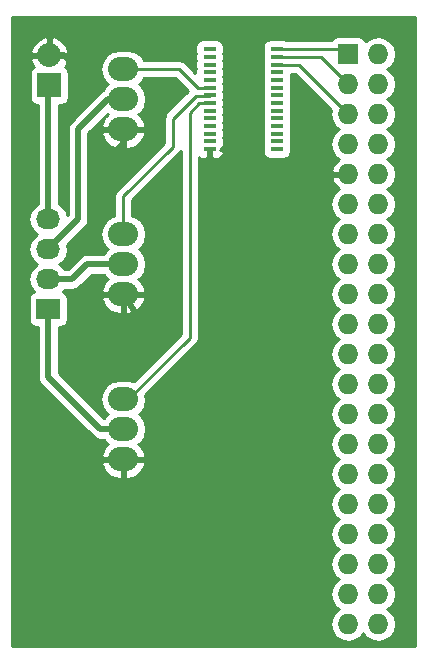
<source format=gbr>
G04 #@! TF.FileFunction,Copper,L1,Top,Signal*
%FSLAX46Y46*%
G04 Gerber Fmt 4.6, Leading zero omitted, Abs format (unit mm)*
G04 Created by KiCad (PCBNEW 4.0.5+dfsg1-4) date Sun Aug 13 19:07:22 2017*
%MOMM*%
%LPD*%
G01*
G04 APERTURE LIST*
%ADD10C,0.100000*%
%ADD11R,1.727200X1.727200*%
%ADD12O,1.727200X1.727200*%
%ADD13R,2.032000X1.727200*%
%ADD14O,2.032000X1.727200*%
%ADD15R,2.032000X2.032000*%
%ADD16O,2.032000X2.032000*%
%ADD17O,2.540000X2.032000*%
%ADD18R,1.100000X0.400000*%
%ADD19C,0.600000*%
%ADD20C,0.250000*%
%ADD21C,0.500000*%
%ADD22C,0.254000*%
G04 APERTURE END LIST*
D10*
D11*
X92710000Y-101600000D03*
D12*
X95250000Y-101600000D03*
X92710000Y-104140000D03*
X95250000Y-104140000D03*
X92710000Y-106680000D03*
X95250000Y-106680000D03*
X92710000Y-109220000D03*
X95250000Y-109220000D03*
X92710000Y-111760000D03*
X95250000Y-111760000D03*
X92710000Y-114300000D03*
X95250000Y-114300000D03*
X92710000Y-116840000D03*
X95250000Y-116840000D03*
X92710000Y-119380000D03*
X95250000Y-119380000D03*
X92710000Y-121920000D03*
X95250000Y-121920000D03*
X92710000Y-124460000D03*
X95250000Y-124460000D03*
X92710000Y-127000000D03*
X95250000Y-127000000D03*
X92710000Y-129540000D03*
X95250000Y-129540000D03*
X92710000Y-132080000D03*
X95250000Y-132080000D03*
X92710000Y-134620000D03*
X95250000Y-134620000D03*
X92710000Y-137160000D03*
X95250000Y-137160000D03*
X92710000Y-139700000D03*
X95250000Y-139700000D03*
X92710000Y-142240000D03*
X95250000Y-142240000D03*
X92710000Y-144780000D03*
X95250000Y-144780000D03*
X92710000Y-147320000D03*
X95250000Y-147320000D03*
X92710000Y-149860000D03*
X95250000Y-149860000D03*
D13*
X67310000Y-123190000D03*
D14*
X67310000Y-120650000D03*
X67310000Y-118110000D03*
X67310000Y-115570000D03*
D15*
X67386200Y-104241600D03*
D16*
X67386200Y-101701600D03*
D17*
X73660000Y-133350000D03*
X73660000Y-135890000D03*
X73660000Y-130810000D03*
X73660000Y-119380000D03*
X73660000Y-121920000D03*
X73660000Y-116840000D03*
X73660000Y-105410000D03*
X73660000Y-107950000D03*
X73660000Y-102870000D03*
D18*
X80970000Y-101185000D03*
X80970000Y-101835000D03*
X80970000Y-102485000D03*
X80970000Y-103135000D03*
X80970000Y-103785000D03*
X80970000Y-104435000D03*
X80970000Y-105085000D03*
X80970000Y-105735000D03*
X80970000Y-106385000D03*
X80970000Y-107035000D03*
X80970000Y-107685000D03*
X80970000Y-108335000D03*
X80970000Y-108985000D03*
X80970000Y-109635000D03*
X86670000Y-109635000D03*
X86670000Y-108985000D03*
X86670000Y-108335000D03*
X86670000Y-107685000D03*
X86670000Y-107035000D03*
X86670000Y-106385000D03*
X86670000Y-105735000D03*
X86670000Y-105085000D03*
X86670000Y-104435000D03*
X86670000Y-103785000D03*
X86670000Y-103135000D03*
X86670000Y-102485000D03*
X86670000Y-101835000D03*
X86670000Y-101185000D03*
D19*
X77470000Y-113030000D03*
X76200000Y-125730000D03*
X80010000Y-128270000D03*
X71120000Y-111760000D03*
X71120000Y-104140000D03*
D20*
X86670000Y-101185000D02*
X92295000Y-101185000D01*
X92295000Y-101185000D02*
X92710000Y-101600000D01*
X92295000Y-101185000D02*
X92710000Y-101600000D01*
X86670000Y-101835000D02*
X90405000Y-101835000D01*
X90405000Y-101835000D02*
X92710000Y-104140000D01*
X86670000Y-102485000D02*
X88515000Y-102485000D01*
X88515000Y-102485000D02*
X92710000Y-106680000D01*
D21*
X73660000Y-121920000D02*
X76200000Y-125730000D01*
X67386200Y-101701600D02*
X68681600Y-101701600D01*
X73660000Y-109220000D02*
X73660000Y-107950000D01*
X71120000Y-111760000D02*
X73660000Y-109220000D01*
X68681600Y-101701600D02*
X71120000Y-104140000D01*
X71691500Y-133350000D02*
X73660000Y-133350000D01*
X67310000Y-128968500D02*
X71691500Y-133350000D01*
X67310000Y-123190000D02*
X67310000Y-128968500D01*
X73660000Y-119380000D02*
X70612000Y-119380000D01*
X69342000Y-120650000D02*
X67310000Y-120650000D01*
X70612000Y-119380000D02*
X69342000Y-120650000D01*
X73660000Y-105410000D02*
X72351900Y-105410000D01*
X69824600Y-115595400D02*
X67310000Y-118110000D01*
X69824600Y-107937300D02*
X69824600Y-115595400D01*
X72351900Y-105410000D02*
X69824600Y-107937300D01*
X67310000Y-115570000D02*
X67310000Y-104317800D01*
X67310000Y-104317800D02*
X67386200Y-104241600D01*
D20*
X73660000Y-130810000D02*
X74066400Y-130810000D01*
X74066400Y-130810000D02*
X79278480Y-125597920D01*
X79278480Y-125597920D02*
X79278480Y-106558080D01*
X79278480Y-106558080D02*
X80101560Y-105735000D01*
X80101560Y-105735000D02*
X80970000Y-105735000D01*
X80937100Y-105117900D02*
X80970000Y-105085000D01*
X79809340Y-105117900D02*
X80937100Y-105117900D01*
X77853540Y-107073700D02*
X79809340Y-105117900D01*
X77853540Y-109448600D02*
X77853540Y-107073700D01*
X73660000Y-113642140D02*
X77853540Y-109448600D01*
X73660000Y-116840000D02*
X73660000Y-113642140D01*
X73660000Y-102870000D02*
X78394560Y-102870000D01*
X79959560Y-104435000D02*
X80970000Y-104435000D01*
X78394560Y-102870000D02*
X79959560Y-104435000D01*
D22*
G36*
X98350000Y-151690000D02*
X64210000Y-151690000D01*
X64210000Y-136272944D01*
X71800025Y-136272944D01*
X71832074Y-136404477D01*
X72148764Y-136967630D01*
X72656857Y-137366724D01*
X73279000Y-137541000D01*
X73533000Y-137541000D01*
X73533000Y-136017000D01*
X73787000Y-136017000D01*
X73787000Y-137541000D01*
X74041000Y-137541000D01*
X74663143Y-137366724D01*
X75171236Y-136967630D01*
X75487926Y-136404477D01*
X75519975Y-136272944D01*
X75400836Y-136017000D01*
X73787000Y-136017000D01*
X73533000Y-136017000D01*
X71919164Y-136017000D01*
X71800025Y-136272944D01*
X64210000Y-136272944D01*
X64210000Y-115570000D01*
X65626655Y-115570000D01*
X65740729Y-116143489D01*
X66065585Y-116629670D01*
X66380366Y-116840000D01*
X66065585Y-117050330D01*
X65740729Y-117536511D01*
X65626655Y-118110000D01*
X65740729Y-118683489D01*
X66065585Y-119169670D01*
X66380366Y-119380000D01*
X66065585Y-119590330D01*
X65740729Y-120076511D01*
X65626655Y-120650000D01*
X65740729Y-121223489D01*
X66065585Y-121709670D01*
X66079913Y-121719243D01*
X66058683Y-121723238D01*
X65842559Y-121862310D01*
X65697569Y-122074510D01*
X65646560Y-122326400D01*
X65646560Y-124053600D01*
X65690838Y-124288917D01*
X65829910Y-124505041D01*
X66042110Y-124650031D01*
X66294000Y-124701040D01*
X66425000Y-124701040D01*
X66425000Y-128968495D01*
X66424999Y-128968500D01*
X66462893Y-129159000D01*
X66492367Y-129307175D01*
X66647935Y-129540000D01*
X66684210Y-129594290D01*
X71065708Y-133975787D01*
X71065710Y-133975790D01*
X71352825Y-134167633D01*
X71409016Y-134178810D01*
X71691500Y-134235001D01*
X71691505Y-134235000D01*
X72012530Y-134235000D01*
X72201246Y-134517433D01*
X72375781Y-134634054D01*
X72148764Y-134812370D01*
X71832074Y-135375523D01*
X71800025Y-135507056D01*
X71919164Y-135763000D01*
X73533000Y-135763000D01*
X73533000Y-135743000D01*
X73787000Y-135743000D01*
X73787000Y-135763000D01*
X75400836Y-135763000D01*
X75519975Y-135507056D01*
X75487926Y-135375523D01*
X75171236Y-134812370D01*
X74944219Y-134634054D01*
X75118754Y-134517433D01*
X75476646Y-133981810D01*
X75602321Y-133350000D01*
X75476646Y-132718190D01*
X75118754Y-132182567D01*
X74965252Y-132080000D01*
X75118754Y-131977433D01*
X75476646Y-131441810D01*
X75602321Y-130810000D01*
X75525816Y-130425386D01*
X79815881Y-126135321D01*
X79980628Y-125888760D01*
X80038480Y-125597920D01*
X80038480Y-110351505D01*
X80060302Y-110373327D01*
X80293691Y-110470000D01*
X80684250Y-110470000D01*
X80843000Y-110311250D01*
X80843000Y-109832440D01*
X81097000Y-109832440D01*
X81097000Y-110311250D01*
X81255750Y-110470000D01*
X81646309Y-110470000D01*
X81879698Y-110373327D01*
X82058327Y-110194699D01*
X82155000Y-109961310D01*
X82155000Y-109893750D01*
X81996250Y-109735000D01*
X81837933Y-109735000D01*
X81971441Y-109649090D01*
X82116431Y-109436890D01*
X82122035Y-109409215D01*
X82155000Y-109376250D01*
X82155000Y-109308690D01*
X82146532Y-109288247D01*
X82167440Y-109185000D01*
X82167440Y-108785000D01*
X82143056Y-108655411D01*
X82167440Y-108535000D01*
X82167440Y-108135000D01*
X82143056Y-108005411D01*
X82167440Y-107885000D01*
X82167440Y-107485000D01*
X82143056Y-107355411D01*
X82167440Y-107235000D01*
X82167440Y-106835000D01*
X82143056Y-106705411D01*
X82167440Y-106585000D01*
X82167440Y-106185000D01*
X82143056Y-106055411D01*
X82167440Y-105935000D01*
X82167440Y-105535000D01*
X82143056Y-105405411D01*
X82167440Y-105285000D01*
X82167440Y-104885000D01*
X82143056Y-104755411D01*
X82167440Y-104635000D01*
X82167440Y-104235000D01*
X82143056Y-104105411D01*
X82167440Y-103985000D01*
X82167440Y-103585000D01*
X82143056Y-103455411D01*
X82167440Y-103335000D01*
X82167440Y-102935000D01*
X82143056Y-102805411D01*
X82167440Y-102685000D01*
X82167440Y-102285000D01*
X82143056Y-102155411D01*
X82167440Y-102035000D01*
X82167440Y-101635000D01*
X82143056Y-101505411D01*
X82167440Y-101385000D01*
X82167440Y-100985000D01*
X85472560Y-100985000D01*
X85472560Y-101385000D01*
X85496944Y-101514589D01*
X85472560Y-101635000D01*
X85472560Y-102035000D01*
X85496944Y-102164589D01*
X85472560Y-102285000D01*
X85472560Y-102685000D01*
X85496944Y-102814589D01*
X85472560Y-102935000D01*
X85472560Y-103335000D01*
X85496944Y-103464589D01*
X85472560Y-103585000D01*
X85472560Y-103985000D01*
X85496944Y-104114589D01*
X85472560Y-104235000D01*
X85472560Y-104635000D01*
X85496944Y-104764589D01*
X85472560Y-104885000D01*
X85472560Y-105285000D01*
X85496944Y-105414589D01*
X85472560Y-105535000D01*
X85472560Y-105935000D01*
X85496944Y-106064589D01*
X85472560Y-106185000D01*
X85472560Y-106585000D01*
X85496944Y-106714589D01*
X85472560Y-106835000D01*
X85472560Y-107235000D01*
X85496944Y-107364589D01*
X85472560Y-107485000D01*
X85472560Y-107885000D01*
X85496944Y-108014589D01*
X85472560Y-108135000D01*
X85472560Y-108535000D01*
X85496944Y-108664589D01*
X85472560Y-108785000D01*
X85472560Y-109185000D01*
X85496944Y-109314589D01*
X85472560Y-109435000D01*
X85472560Y-109835000D01*
X85516838Y-110070317D01*
X85655910Y-110286441D01*
X85868110Y-110431431D01*
X86120000Y-110482440D01*
X87220000Y-110482440D01*
X87455317Y-110438162D01*
X87671441Y-110299090D01*
X87816431Y-110086890D01*
X87867440Y-109835000D01*
X87867440Y-109435000D01*
X87843056Y-109305411D01*
X87867440Y-109185000D01*
X87867440Y-108785000D01*
X87843056Y-108655411D01*
X87867440Y-108535000D01*
X87867440Y-108135000D01*
X87843056Y-108005411D01*
X87867440Y-107885000D01*
X87867440Y-107485000D01*
X87843056Y-107355411D01*
X87867440Y-107235000D01*
X87867440Y-106835000D01*
X87843056Y-106705411D01*
X87867440Y-106585000D01*
X87867440Y-106185000D01*
X87843056Y-106055411D01*
X87867440Y-105935000D01*
X87867440Y-105535000D01*
X87843056Y-105405411D01*
X87867440Y-105285000D01*
X87867440Y-104885000D01*
X87843056Y-104755411D01*
X87867440Y-104635000D01*
X87867440Y-104235000D01*
X87843056Y-104105411D01*
X87867440Y-103985000D01*
X87867440Y-103585000D01*
X87843056Y-103455411D01*
X87867440Y-103335000D01*
X87867440Y-103245000D01*
X88200198Y-103245000D01*
X91257225Y-106302027D01*
X91182041Y-106680000D01*
X91296115Y-107253489D01*
X91620971Y-107739670D01*
X91935752Y-107950000D01*
X91620971Y-108160330D01*
X91296115Y-108646511D01*
X91182041Y-109220000D01*
X91296115Y-109793489D01*
X91620971Y-110279670D01*
X91944228Y-110495664D01*
X91821510Y-110553179D01*
X91427312Y-110985053D01*
X91255042Y-111400974D01*
X91376183Y-111633000D01*
X92583000Y-111633000D01*
X92583000Y-111613000D01*
X92837000Y-111613000D01*
X92837000Y-111633000D01*
X92857000Y-111633000D01*
X92857000Y-111887000D01*
X92837000Y-111887000D01*
X92837000Y-111907000D01*
X92583000Y-111907000D01*
X92583000Y-111887000D01*
X91376183Y-111887000D01*
X91255042Y-112119026D01*
X91427312Y-112534947D01*
X91821510Y-112966821D01*
X91944228Y-113024336D01*
X91620971Y-113240330D01*
X91296115Y-113726511D01*
X91182041Y-114300000D01*
X91296115Y-114873489D01*
X91620971Y-115359670D01*
X91935752Y-115570000D01*
X91620971Y-115780330D01*
X91296115Y-116266511D01*
X91182041Y-116840000D01*
X91296115Y-117413489D01*
X91620971Y-117899670D01*
X91935752Y-118110000D01*
X91620971Y-118320330D01*
X91296115Y-118806511D01*
X91182041Y-119380000D01*
X91296115Y-119953489D01*
X91620971Y-120439670D01*
X91935752Y-120650000D01*
X91620971Y-120860330D01*
X91296115Y-121346511D01*
X91182041Y-121920000D01*
X91296115Y-122493489D01*
X91620971Y-122979670D01*
X91935752Y-123190000D01*
X91620971Y-123400330D01*
X91296115Y-123886511D01*
X91182041Y-124460000D01*
X91296115Y-125033489D01*
X91620971Y-125519670D01*
X91935752Y-125730000D01*
X91620971Y-125940330D01*
X91296115Y-126426511D01*
X91182041Y-127000000D01*
X91296115Y-127573489D01*
X91620971Y-128059670D01*
X91935752Y-128270000D01*
X91620971Y-128480330D01*
X91296115Y-128966511D01*
X91182041Y-129540000D01*
X91296115Y-130113489D01*
X91620971Y-130599670D01*
X91935752Y-130810000D01*
X91620971Y-131020330D01*
X91296115Y-131506511D01*
X91182041Y-132080000D01*
X91296115Y-132653489D01*
X91620971Y-133139670D01*
X91935752Y-133350000D01*
X91620971Y-133560330D01*
X91296115Y-134046511D01*
X91182041Y-134620000D01*
X91296115Y-135193489D01*
X91620971Y-135679670D01*
X91935752Y-135890000D01*
X91620971Y-136100330D01*
X91296115Y-136586511D01*
X91182041Y-137160000D01*
X91296115Y-137733489D01*
X91620971Y-138219670D01*
X91935752Y-138430000D01*
X91620971Y-138640330D01*
X91296115Y-139126511D01*
X91182041Y-139700000D01*
X91296115Y-140273489D01*
X91620971Y-140759670D01*
X91935752Y-140970000D01*
X91620971Y-141180330D01*
X91296115Y-141666511D01*
X91182041Y-142240000D01*
X91296115Y-142813489D01*
X91620971Y-143299670D01*
X91935752Y-143510000D01*
X91620971Y-143720330D01*
X91296115Y-144206511D01*
X91182041Y-144780000D01*
X91296115Y-145353489D01*
X91620971Y-145839670D01*
X91935752Y-146050000D01*
X91620971Y-146260330D01*
X91296115Y-146746511D01*
X91182041Y-147320000D01*
X91296115Y-147893489D01*
X91620971Y-148379670D01*
X91935752Y-148590000D01*
X91620971Y-148800330D01*
X91296115Y-149286511D01*
X91182041Y-149860000D01*
X91296115Y-150433489D01*
X91620971Y-150919670D01*
X92107152Y-151244526D01*
X92680641Y-151358600D01*
X92739359Y-151358600D01*
X93312848Y-151244526D01*
X93799029Y-150919670D01*
X93980000Y-150648828D01*
X94160971Y-150919670D01*
X94647152Y-151244526D01*
X95220641Y-151358600D01*
X95279359Y-151358600D01*
X95852848Y-151244526D01*
X96339029Y-150919670D01*
X96663885Y-150433489D01*
X96777959Y-149860000D01*
X96663885Y-149286511D01*
X96339029Y-148800330D01*
X96024248Y-148590000D01*
X96339029Y-148379670D01*
X96663885Y-147893489D01*
X96777959Y-147320000D01*
X96663885Y-146746511D01*
X96339029Y-146260330D01*
X96024248Y-146050000D01*
X96339029Y-145839670D01*
X96663885Y-145353489D01*
X96777959Y-144780000D01*
X96663885Y-144206511D01*
X96339029Y-143720330D01*
X96024248Y-143510000D01*
X96339029Y-143299670D01*
X96663885Y-142813489D01*
X96777959Y-142240000D01*
X96663885Y-141666511D01*
X96339029Y-141180330D01*
X96024248Y-140970000D01*
X96339029Y-140759670D01*
X96663885Y-140273489D01*
X96777959Y-139700000D01*
X96663885Y-139126511D01*
X96339029Y-138640330D01*
X96024248Y-138430000D01*
X96339029Y-138219670D01*
X96663885Y-137733489D01*
X96777959Y-137160000D01*
X96663885Y-136586511D01*
X96339029Y-136100330D01*
X96024248Y-135890000D01*
X96339029Y-135679670D01*
X96663885Y-135193489D01*
X96777959Y-134620000D01*
X96663885Y-134046511D01*
X96339029Y-133560330D01*
X96024248Y-133350000D01*
X96339029Y-133139670D01*
X96663885Y-132653489D01*
X96777959Y-132080000D01*
X96663885Y-131506511D01*
X96339029Y-131020330D01*
X96024248Y-130810000D01*
X96339029Y-130599670D01*
X96663885Y-130113489D01*
X96777959Y-129540000D01*
X96663885Y-128966511D01*
X96339029Y-128480330D01*
X96024248Y-128270000D01*
X96339029Y-128059670D01*
X96663885Y-127573489D01*
X96777959Y-127000000D01*
X96663885Y-126426511D01*
X96339029Y-125940330D01*
X96024248Y-125730000D01*
X96339029Y-125519670D01*
X96663885Y-125033489D01*
X96777959Y-124460000D01*
X96663885Y-123886511D01*
X96339029Y-123400330D01*
X96024248Y-123190000D01*
X96339029Y-122979670D01*
X96663885Y-122493489D01*
X96777959Y-121920000D01*
X96663885Y-121346511D01*
X96339029Y-120860330D01*
X96024248Y-120650000D01*
X96339029Y-120439670D01*
X96663885Y-119953489D01*
X96777959Y-119380000D01*
X96663885Y-118806511D01*
X96339029Y-118320330D01*
X96024248Y-118110000D01*
X96339029Y-117899670D01*
X96663885Y-117413489D01*
X96777959Y-116840000D01*
X96663885Y-116266511D01*
X96339029Y-115780330D01*
X96024248Y-115570000D01*
X96339029Y-115359670D01*
X96663885Y-114873489D01*
X96777959Y-114300000D01*
X96663885Y-113726511D01*
X96339029Y-113240330D01*
X96024248Y-113030000D01*
X96339029Y-112819670D01*
X96663885Y-112333489D01*
X96777959Y-111760000D01*
X96663885Y-111186511D01*
X96339029Y-110700330D01*
X96024248Y-110490000D01*
X96339029Y-110279670D01*
X96663885Y-109793489D01*
X96777959Y-109220000D01*
X96663885Y-108646511D01*
X96339029Y-108160330D01*
X96024248Y-107950000D01*
X96339029Y-107739670D01*
X96663885Y-107253489D01*
X96777959Y-106680000D01*
X96663885Y-106106511D01*
X96339029Y-105620330D01*
X96024248Y-105410000D01*
X96339029Y-105199670D01*
X96663885Y-104713489D01*
X96777959Y-104140000D01*
X96663885Y-103566511D01*
X96339029Y-103080330D01*
X96024248Y-102870000D01*
X96339029Y-102659670D01*
X96663885Y-102173489D01*
X96777959Y-101600000D01*
X96663885Y-101026511D01*
X96339029Y-100540330D01*
X95852848Y-100215474D01*
X95279359Y-100101400D01*
X95220641Y-100101400D01*
X94647152Y-100215474D01*
X94181558Y-100526574D01*
X94176762Y-100501083D01*
X94037690Y-100284959D01*
X93825490Y-100139969D01*
X93573600Y-100088960D01*
X91846400Y-100088960D01*
X91611083Y-100133238D01*
X91394959Y-100272310D01*
X91290630Y-100425000D01*
X87525209Y-100425000D01*
X87471890Y-100388569D01*
X87220000Y-100337560D01*
X86120000Y-100337560D01*
X85884683Y-100381838D01*
X85668559Y-100520910D01*
X85523569Y-100733110D01*
X85472560Y-100985000D01*
X82167440Y-100985000D01*
X82123162Y-100749683D01*
X81984090Y-100533559D01*
X81771890Y-100388569D01*
X81520000Y-100337560D01*
X80420000Y-100337560D01*
X80184683Y-100381838D01*
X79968559Y-100520910D01*
X79823569Y-100733110D01*
X79772560Y-100985000D01*
X79772560Y-101385000D01*
X79796944Y-101514589D01*
X79772560Y-101635000D01*
X79772560Y-102035000D01*
X79796944Y-102164589D01*
X79772560Y-102285000D01*
X79772560Y-102685000D01*
X79796944Y-102814589D01*
X79772560Y-102935000D01*
X79772560Y-103173198D01*
X78931961Y-102332599D01*
X78685399Y-102167852D01*
X78394560Y-102110000D01*
X75390992Y-102110000D01*
X75118754Y-101702567D01*
X74583131Y-101344675D01*
X73951321Y-101219000D01*
X73368679Y-101219000D01*
X72736869Y-101344675D01*
X72201246Y-101702567D01*
X71843354Y-102238190D01*
X71717679Y-102870000D01*
X71843354Y-103501810D01*
X72201246Y-104037433D01*
X72354748Y-104140000D01*
X72201246Y-104242567D01*
X71930651Y-104647541D01*
X71726110Y-104784210D01*
X71726108Y-104784213D01*
X69198810Y-107311510D01*
X69006967Y-107598625D01*
X68995790Y-107654816D01*
X68939599Y-107937300D01*
X68939600Y-107937305D01*
X68939600Y-115228821D01*
X68927823Y-115240598D01*
X68879271Y-114996511D01*
X68554415Y-114510330D01*
X68195000Y-114270176D01*
X68195000Y-105905040D01*
X68402200Y-105905040D01*
X68637517Y-105860762D01*
X68853641Y-105721690D01*
X68998631Y-105509490D01*
X69049640Y-105257600D01*
X69049640Y-103225600D01*
X69005362Y-102990283D01*
X68866290Y-102774159D01*
X68703252Y-102662760D01*
X68792585Y-102566418D01*
X68992175Y-102084544D01*
X68873036Y-101828600D01*
X67513200Y-101828600D01*
X67513200Y-101848600D01*
X67259200Y-101848600D01*
X67259200Y-101828600D01*
X65899364Y-101828600D01*
X65780225Y-102084544D01*
X65979815Y-102566418D01*
X66070297Y-102663998D01*
X65918759Y-102761510D01*
X65773769Y-102973710D01*
X65722760Y-103225600D01*
X65722760Y-105257600D01*
X65767038Y-105492917D01*
X65906110Y-105709041D01*
X66118310Y-105854031D01*
X66370200Y-105905040D01*
X66425000Y-105905040D01*
X66425000Y-114270176D01*
X66065585Y-114510330D01*
X65740729Y-114996511D01*
X65626655Y-115570000D01*
X64210000Y-115570000D01*
X64210000Y-101318656D01*
X65780225Y-101318656D01*
X65899364Y-101574600D01*
X67259200Y-101574600D01*
X67259200Y-100214233D01*
X67513200Y-100214233D01*
X67513200Y-101574600D01*
X68873036Y-101574600D01*
X68992175Y-101318656D01*
X68792585Y-100836782D01*
X68354579Y-100364412D01*
X67769146Y-100095617D01*
X67513200Y-100214233D01*
X67259200Y-100214233D01*
X67003254Y-100095617D01*
X66417821Y-100364412D01*
X65979815Y-100836782D01*
X65780225Y-101318656D01*
X64210000Y-101318656D01*
X64210000Y-98500000D01*
X98350000Y-98500000D01*
X98350000Y-151690000D01*
X98350000Y-151690000D01*
G37*
X98350000Y-151690000D02*
X64210000Y-151690000D01*
X64210000Y-136272944D01*
X71800025Y-136272944D01*
X71832074Y-136404477D01*
X72148764Y-136967630D01*
X72656857Y-137366724D01*
X73279000Y-137541000D01*
X73533000Y-137541000D01*
X73533000Y-136017000D01*
X73787000Y-136017000D01*
X73787000Y-137541000D01*
X74041000Y-137541000D01*
X74663143Y-137366724D01*
X75171236Y-136967630D01*
X75487926Y-136404477D01*
X75519975Y-136272944D01*
X75400836Y-136017000D01*
X73787000Y-136017000D01*
X73533000Y-136017000D01*
X71919164Y-136017000D01*
X71800025Y-136272944D01*
X64210000Y-136272944D01*
X64210000Y-115570000D01*
X65626655Y-115570000D01*
X65740729Y-116143489D01*
X66065585Y-116629670D01*
X66380366Y-116840000D01*
X66065585Y-117050330D01*
X65740729Y-117536511D01*
X65626655Y-118110000D01*
X65740729Y-118683489D01*
X66065585Y-119169670D01*
X66380366Y-119380000D01*
X66065585Y-119590330D01*
X65740729Y-120076511D01*
X65626655Y-120650000D01*
X65740729Y-121223489D01*
X66065585Y-121709670D01*
X66079913Y-121719243D01*
X66058683Y-121723238D01*
X65842559Y-121862310D01*
X65697569Y-122074510D01*
X65646560Y-122326400D01*
X65646560Y-124053600D01*
X65690838Y-124288917D01*
X65829910Y-124505041D01*
X66042110Y-124650031D01*
X66294000Y-124701040D01*
X66425000Y-124701040D01*
X66425000Y-128968495D01*
X66424999Y-128968500D01*
X66462893Y-129159000D01*
X66492367Y-129307175D01*
X66647935Y-129540000D01*
X66684210Y-129594290D01*
X71065708Y-133975787D01*
X71065710Y-133975790D01*
X71352825Y-134167633D01*
X71409016Y-134178810D01*
X71691500Y-134235001D01*
X71691505Y-134235000D01*
X72012530Y-134235000D01*
X72201246Y-134517433D01*
X72375781Y-134634054D01*
X72148764Y-134812370D01*
X71832074Y-135375523D01*
X71800025Y-135507056D01*
X71919164Y-135763000D01*
X73533000Y-135763000D01*
X73533000Y-135743000D01*
X73787000Y-135743000D01*
X73787000Y-135763000D01*
X75400836Y-135763000D01*
X75519975Y-135507056D01*
X75487926Y-135375523D01*
X75171236Y-134812370D01*
X74944219Y-134634054D01*
X75118754Y-134517433D01*
X75476646Y-133981810D01*
X75602321Y-133350000D01*
X75476646Y-132718190D01*
X75118754Y-132182567D01*
X74965252Y-132080000D01*
X75118754Y-131977433D01*
X75476646Y-131441810D01*
X75602321Y-130810000D01*
X75525816Y-130425386D01*
X79815881Y-126135321D01*
X79980628Y-125888760D01*
X80038480Y-125597920D01*
X80038480Y-110351505D01*
X80060302Y-110373327D01*
X80293691Y-110470000D01*
X80684250Y-110470000D01*
X80843000Y-110311250D01*
X80843000Y-109832440D01*
X81097000Y-109832440D01*
X81097000Y-110311250D01*
X81255750Y-110470000D01*
X81646309Y-110470000D01*
X81879698Y-110373327D01*
X82058327Y-110194699D01*
X82155000Y-109961310D01*
X82155000Y-109893750D01*
X81996250Y-109735000D01*
X81837933Y-109735000D01*
X81971441Y-109649090D01*
X82116431Y-109436890D01*
X82122035Y-109409215D01*
X82155000Y-109376250D01*
X82155000Y-109308690D01*
X82146532Y-109288247D01*
X82167440Y-109185000D01*
X82167440Y-108785000D01*
X82143056Y-108655411D01*
X82167440Y-108535000D01*
X82167440Y-108135000D01*
X82143056Y-108005411D01*
X82167440Y-107885000D01*
X82167440Y-107485000D01*
X82143056Y-107355411D01*
X82167440Y-107235000D01*
X82167440Y-106835000D01*
X82143056Y-106705411D01*
X82167440Y-106585000D01*
X82167440Y-106185000D01*
X82143056Y-106055411D01*
X82167440Y-105935000D01*
X82167440Y-105535000D01*
X82143056Y-105405411D01*
X82167440Y-105285000D01*
X82167440Y-104885000D01*
X82143056Y-104755411D01*
X82167440Y-104635000D01*
X82167440Y-104235000D01*
X82143056Y-104105411D01*
X82167440Y-103985000D01*
X82167440Y-103585000D01*
X82143056Y-103455411D01*
X82167440Y-103335000D01*
X82167440Y-102935000D01*
X82143056Y-102805411D01*
X82167440Y-102685000D01*
X82167440Y-102285000D01*
X82143056Y-102155411D01*
X82167440Y-102035000D01*
X82167440Y-101635000D01*
X82143056Y-101505411D01*
X82167440Y-101385000D01*
X82167440Y-100985000D01*
X85472560Y-100985000D01*
X85472560Y-101385000D01*
X85496944Y-101514589D01*
X85472560Y-101635000D01*
X85472560Y-102035000D01*
X85496944Y-102164589D01*
X85472560Y-102285000D01*
X85472560Y-102685000D01*
X85496944Y-102814589D01*
X85472560Y-102935000D01*
X85472560Y-103335000D01*
X85496944Y-103464589D01*
X85472560Y-103585000D01*
X85472560Y-103985000D01*
X85496944Y-104114589D01*
X85472560Y-104235000D01*
X85472560Y-104635000D01*
X85496944Y-104764589D01*
X85472560Y-104885000D01*
X85472560Y-105285000D01*
X85496944Y-105414589D01*
X85472560Y-105535000D01*
X85472560Y-105935000D01*
X85496944Y-106064589D01*
X85472560Y-106185000D01*
X85472560Y-106585000D01*
X85496944Y-106714589D01*
X85472560Y-106835000D01*
X85472560Y-107235000D01*
X85496944Y-107364589D01*
X85472560Y-107485000D01*
X85472560Y-107885000D01*
X85496944Y-108014589D01*
X85472560Y-108135000D01*
X85472560Y-108535000D01*
X85496944Y-108664589D01*
X85472560Y-108785000D01*
X85472560Y-109185000D01*
X85496944Y-109314589D01*
X85472560Y-109435000D01*
X85472560Y-109835000D01*
X85516838Y-110070317D01*
X85655910Y-110286441D01*
X85868110Y-110431431D01*
X86120000Y-110482440D01*
X87220000Y-110482440D01*
X87455317Y-110438162D01*
X87671441Y-110299090D01*
X87816431Y-110086890D01*
X87867440Y-109835000D01*
X87867440Y-109435000D01*
X87843056Y-109305411D01*
X87867440Y-109185000D01*
X87867440Y-108785000D01*
X87843056Y-108655411D01*
X87867440Y-108535000D01*
X87867440Y-108135000D01*
X87843056Y-108005411D01*
X87867440Y-107885000D01*
X87867440Y-107485000D01*
X87843056Y-107355411D01*
X87867440Y-107235000D01*
X87867440Y-106835000D01*
X87843056Y-106705411D01*
X87867440Y-106585000D01*
X87867440Y-106185000D01*
X87843056Y-106055411D01*
X87867440Y-105935000D01*
X87867440Y-105535000D01*
X87843056Y-105405411D01*
X87867440Y-105285000D01*
X87867440Y-104885000D01*
X87843056Y-104755411D01*
X87867440Y-104635000D01*
X87867440Y-104235000D01*
X87843056Y-104105411D01*
X87867440Y-103985000D01*
X87867440Y-103585000D01*
X87843056Y-103455411D01*
X87867440Y-103335000D01*
X87867440Y-103245000D01*
X88200198Y-103245000D01*
X91257225Y-106302027D01*
X91182041Y-106680000D01*
X91296115Y-107253489D01*
X91620971Y-107739670D01*
X91935752Y-107950000D01*
X91620971Y-108160330D01*
X91296115Y-108646511D01*
X91182041Y-109220000D01*
X91296115Y-109793489D01*
X91620971Y-110279670D01*
X91944228Y-110495664D01*
X91821510Y-110553179D01*
X91427312Y-110985053D01*
X91255042Y-111400974D01*
X91376183Y-111633000D01*
X92583000Y-111633000D01*
X92583000Y-111613000D01*
X92837000Y-111613000D01*
X92837000Y-111633000D01*
X92857000Y-111633000D01*
X92857000Y-111887000D01*
X92837000Y-111887000D01*
X92837000Y-111907000D01*
X92583000Y-111907000D01*
X92583000Y-111887000D01*
X91376183Y-111887000D01*
X91255042Y-112119026D01*
X91427312Y-112534947D01*
X91821510Y-112966821D01*
X91944228Y-113024336D01*
X91620971Y-113240330D01*
X91296115Y-113726511D01*
X91182041Y-114300000D01*
X91296115Y-114873489D01*
X91620971Y-115359670D01*
X91935752Y-115570000D01*
X91620971Y-115780330D01*
X91296115Y-116266511D01*
X91182041Y-116840000D01*
X91296115Y-117413489D01*
X91620971Y-117899670D01*
X91935752Y-118110000D01*
X91620971Y-118320330D01*
X91296115Y-118806511D01*
X91182041Y-119380000D01*
X91296115Y-119953489D01*
X91620971Y-120439670D01*
X91935752Y-120650000D01*
X91620971Y-120860330D01*
X91296115Y-121346511D01*
X91182041Y-121920000D01*
X91296115Y-122493489D01*
X91620971Y-122979670D01*
X91935752Y-123190000D01*
X91620971Y-123400330D01*
X91296115Y-123886511D01*
X91182041Y-124460000D01*
X91296115Y-125033489D01*
X91620971Y-125519670D01*
X91935752Y-125730000D01*
X91620971Y-125940330D01*
X91296115Y-126426511D01*
X91182041Y-127000000D01*
X91296115Y-127573489D01*
X91620971Y-128059670D01*
X91935752Y-128270000D01*
X91620971Y-128480330D01*
X91296115Y-128966511D01*
X91182041Y-129540000D01*
X91296115Y-130113489D01*
X91620971Y-130599670D01*
X91935752Y-130810000D01*
X91620971Y-131020330D01*
X91296115Y-131506511D01*
X91182041Y-132080000D01*
X91296115Y-132653489D01*
X91620971Y-133139670D01*
X91935752Y-133350000D01*
X91620971Y-133560330D01*
X91296115Y-134046511D01*
X91182041Y-134620000D01*
X91296115Y-135193489D01*
X91620971Y-135679670D01*
X91935752Y-135890000D01*
X91620971Y-136100330D01*
X91296115Y-136586511D01*
X91182041Y-137160000D01*
X91296115Y-137733489D01*
X91620971Y-138219670D01*
X91935752Y-138430000D01*
X91620971Y-138640330D01*
X91296115Y-139126511D01*
X91182041Y-139700000D01*
X91296115Y-140273489D01*
X91620971Y-140759670D01*
X91935752Y-140970000D01*
X91620971Y-141180330D01*
X91296115Y-141666511D01*
X91182041Y-142240000D01*
X91296115Y-142813489D01*
X91620971Y-143299670D01*
X91935752Y-143510000D01*
X91620971Y-143720330D01*
X91296115Y-144206511D01*
X91182041Y-144780000D01*
X91296115Y-145353489D01*
X91620971Y-145839670D01*
X91935752Y-146050000D01*
X91620971Y-146260330D01*
X91296115Y-146746511D01*
X91182041Y-147320000D01*
X91296115Y-147893489D01*
X91620971Y-148379670D01*
X91935752Y-148590000D01*
X91620971Y-148800330D01*
X91296115Y-149286511D01*
X91182041Y-149860000D01*
X91296115Y-150433489D01*
X91620971Y-150919670D01*
X92107152Y-151244526D01*
X92680641Y-151358600D01*
X92739359Y-151358600D01*
X93312848Y-151244526D01*
X93799029Y-150919670D01*
X93980000Y-150648828D01*
X94160971Y-150919670D01*
X94647152Y-151244526D01*
X95220641Y-151358600D01*
X95279359Y-151358600D01*
X95852848Y-151244526D01*
X96339029Y-150919670D01*
X96663885Y-150433489D01*
X96777959Y-149860000D01*
X96663885Y-149286511D01*
X96339029Y-148800330D01*
X96024248Y-148590000D01*
X96339029Y-148379670D01*
X96663885Y-147893489D01*
X96777959Y-147320000D01*
X96663885Y-146746511D01*
X96339029Y-146260330D01*
X96024248Y-146050000D01*
X96339029Y-145839670D01*
X96663885Y-145353489D01*
X96777959Y-144780000D01*
X96663885Y-144206511D01*
X96339029Y-143720330D01*
X96024248Y-143510000D01*
X96339029Y-143299670D01*
X96663885Y-142813489D01*
X96777959Y-142240000D01*
X96663885Y-141666511D01*
X96339029Y-141180330D01*
X96024248Y-140970000D01*
X96339029Y-140759670D01*
X96663885Y-140273489D01*
X96777959Y-139700000D01*
X96663885Y-139126511D01*
X96339029Y-138640330D01*
X96024248Y-138430000D01*
X96339029Y-138219670D01*
X96663885Y-137733489D01*
X96777959Y-137160000D01*
X96663885Y-136586511D01*
X96339029Y-136100330D01*
X96024248Y-135890000D01*
X96339029Y-135679670D01*
X96663885Y-135193489D01*
X96777959Y-134620000D01*
X96663885Y-134046511D01*
X96339029Y-133560330D01*
X96024248Y-133350000D01*
X96339029Y-133139670D01*
X96663885Y-132653489D01*
X96777959Y-132080000D01*
X96663885Y-131506511D01*
X96339029Y-131020330D01*
X96024248Y-130810000D01*
X96339029Y-130599670D01*
X96663885Y-130113489D01*
X96777959Y-129540000D01*
X96663885Y-128966511D01*
X96339029Y-128480330D01*
X96024248Y-128270000D01*
X96339029Y-128059670D01*
X96663885Y-127573489D01*
X96777959Y-127000000D01*
X96663885Y-126426511D01*
X96339029Y-125940330D01*
X96024248Y-125730000D01*
X96339029Y-125519670D01*
X96663885Y-125033489D01*
X96777959Y-124460000D01*
X96663885Y-123886511D01*
X96339029Y-123400330D01*
X96024248Y-123190000D01*
X96339029Y-122979670D01*
X96663885Y-122493489D01*
X96777959Y-121920000D01*
X96663885Y-121346511D01*
X96339029Y-120860330D01*
X96024248Y-120650000D01*
X96339029Y-120439670D01*
X96663885Y-119953489D01*
X96777959Y-119380000D01*
X96663885Y-118806511D01*
X96339029Y-118320330D01*
X96024248Y-118110000D01*
X96339029Y-117899670D01*
X96663885Y-117413489D01*
X96777959Y-116840000D01*
X96663885Y-116266511D01*
X96339029Y-115780330D01*
X96024248Y-115570000D01*
X96339029Y-115359670D01*
X96663885Y-114873489D01*
X96777959Y-114300000D01*
X96663885Y-113726511D01*
X96339029Y-113240330D01*
X96024248Y-113030000D01*
X96339029Y-112819670D01*
X96663885Y-112333489D01*
X96777959Y-111760000D01*
X96663885Y-111186511D01*
X96339029Y-110700330D01*
X96024248Y-110490000D01*
X96339029Y-110279670D01*
X96663885Y-109793489D01*
X96777959Y-109220000D01*
X96663885Y-108646511D01*
X96339029Y-108160330D01*
X96024248Y-107950000D01*
X96339029Y-107739670D01*
X96663885Y-107253489D01*
X96777959Y-106680000D01*
X96663885Y-106106511D01*
X96339029Y-105620330D01*
X96024248Y-105410000D01*
X96339029Y-105199670D01*
X96663885Y-104713489D01*
X96777959Y-104140000D01*
X96663885Y-103566511D01*
X96339029Y-103080330D01*
X96024248Y-102870000D01*
X96339029Y-102659670D01*
X96663885Y-102173489D01*
X96777959Y-101600000D01*
X96663885Y-101026511D01*
X96339029Y-100540330D01*
X95852848Y-100215474D01*
X95279359Y-100101400D01*
X95220641Y-100101400D01*
X94647152Y-100215474D01*
X94181558Y-100526574D01*
X94176762Y-100501083D01*
X94037690Y-100284959D01*
X93825490Y-100139969D01*
X93573600Y-100088960D01*
X91846400Y-100088960D01*
X91611083Y-100133238D01*
X91394959Y-100272310D01*
X91290630Y-100425000D01*
X87525209Y-100425000D01*
X87471890Y-100388569D01*
X87220000Y-100337560D01*
X86120000Y-100337560D01*
X85884683Y-100381838D01*
X85668559Y-100520910D01*
X85523569Y-100733110D01*
X85472560Y-100985000D01*
X82167440Y-100985000D01*
X82123162Y-100749683D01*
X81984090Y-100533559D01*
X81771890Y-100388569D01*
X81520000Y-100337560D01*
X80420000Y-100337560D01*
X80184683Y-100381838D01*
X79968559Y-100520910D01*
X79823569Y-100733110D01*
X79772560Y-100985000D01*
X79772560Y-101385000D01*
X79796944Y-101514589D01*
X79772560Y-101635000D01*
X79772560Y-102035000D01*
X79796944Y-102164589D01*
X79772560Y-102285000D01*
X79772560Y-102685000D01*
X79796944Y-102814589D01*
X79772560Y-102935000D01*
X79772560Y-103173198D01*
X78931961Y-102332599D01*
X78685399Y-102167852D01*
X78394560Y-102110000D01*
X75390992Y-102110000D01*
X75118754Y-101702567D01*
X74583131Y-101344675D01*
X73951321Y-101219000D01*
X73368679Y-101219000D01*
X72736869Y-101344675D01*
X72201246Y-101702567D01*
X71843354Y-102238190D01*
X71717679Y-102870000D01*
X71843354Y-103501810D01*
X72201246Y-104037433D01*
X72354748Y-104140000D01*
X72201246Y-104242567D01*
X71930651Y-104647541D01*
X71726110Y-104784210D01*
X71726108Y-104784213D01*
X69198810Y-107311510D01*
X69006967Y-107598625D01*
X68995790Y-107654816D01*
X68939599Y-107937300D01*
X68939600Y-107937305D01*
X68939600Y-115228821D01*
X68927823Y-115240598D01*
X68879271Y-114996511D01*
X68554415Y-114510330D01*
X68195000Y-114270176D01*
X68195000Y-105905040D01*
X68402200Y-105905040D01*
X68637517Y-105860762D01*
X68853641Y-105721690D01*
X68998631Y-105509490D01*
X69049640Y-105257600D01*
X69049640Y-103225600D01*
X69005362Y-102990283D01*
X68866290Y-102774159D01*
X68703252Y-102662760D01*
X68792585Y-102566418D01*
X68992175Y-102084544D01*
X68873036Y-101828600D01*
X67513200Y-101828600D01*
X67513200Y-101848600D01*
X67259200Y-101848600D01*
X67259200Y-101828600D01*
X65899364Y-101828600D01*
X65780225Y-102084544D01*
X65979815Y-102566418D01*
X66070297Y-102663998D01*
X65918759Y-102761510D01*
X65773769Y-102973710D01*
X65722760Y-103225600D01*
X65722760Y-105257600D01*
X65767038Y-105492917D01*
X65906110Y-105709041D01*
X66118310Y-105854031D01*
X66370200Y-105905040D01*
X66425000Y-105905040D01*
X66425000Y-114270176D01*
X66065585Y-114510330D01*
X65740729Y-114996511D01*
X65626655Y-115570000D01*
X64210000Y-115570000D01*
X64210000Y-101318656D01*
X65780225Y-101318656D01*
X65899364Y-101574600D01*
X67259200Y-101574600D01*
X67259200Y-100214233D01*
X67513200Y-100214233D01*
X67513200Y-101574600D01*
X68873036Y-101574600D01*
X68992175Y-101318656D01*
X68792585Y-100836782D01*
X68354579Y-100364412D01*
X67769146Y-100095617D01*
X67513200Y-100214233D01*
X67259200Y-100214233D01*
X67003254Y-100095617D01*
X66417821Y-100364412D01*
X65979815Y-100836782D01*
X65780225Y-101318656D01*
X64210000Y-101318656D01*
X64210000Y-98500000D01*
X98350000Y-98500000D01*
X98350000Y-151690000D01*
G36*
X78518480Y-125283118D02*
X74527908Y-129273690D01*
X73951321Y-129159000D01*
X73368679Y-129159000D01*
X72736869Y-129284675D01*
X72201246Y-129642567D01*
X71843354Y-130178190D01*
X71717679Y-130810000D01*
X71843354Y-131441810D01*
X72201246Y-131977433D01*
X72354748Y-132080000D01*
X72201246Y-132182567D01*
X72030775Y-132437695D01*
X68195000Y-128601920D01*
X68195000Y-124701040D01*
X68326000Y-124701040D01*
X68561317Y-124656762D01*
X68777441Y-124517690D01*
X68922431Y-124305490D01*
X68973440Y-124053600D01*
X68973440Y-122326400D01*
X68969027Y-122302944D01*
X71800025Y-122302944D01*
X71832074Y-122434477D01*
X72148764Y-122997630D01*
X72656857Y-123396724D01*
X73279000Y-123571000D01*
X73533000Y-123571000D01*
X73533000Y-122047000D01*
X73787000Y-122047000D01*
X73787000Y-123571000D01*
X74041000Y-123571000D01*
X74663143Y-123396724D01*
X75171236Y-122997630D01*
X75487926Y-122434477D01*
X75519975Y-122302944D01*
X75400836Y-122047000D01*
X73787000Y-122047000D01*
X73533000Y-122047000D01*
X71919164Y-122047000D01*
X71800025Y-122302944D01*
X68969027Y-122302944D01*
X68929162Y-122091083D01*
X68790090Y-121874959D01*
X68577890Y-121729969D01*
X68536561Y-121721600D01*
X68554415Y-121709670D01*
X68671126Y-121535000D01*
X69341995Y-121535000D01*
X69342000Y-121535001D01*
X69624484Y-121478810D01*
X69680675Y-121467633D01*
X69967790Y-121275790D01*
X70978579Y-120265000D01*
X72012530Y-120265000D01*
X72201246Y-120547433D01*
X72375781Y-120664054D01*
X72148764Y-120842370D01*
X71832074Y-121405523D01*
X71800025Y-121537056D01*
X71919164Y-121793000D01*
X73533000Y-121793000D01*
X73533000Y-121773000D01*
X73787000Y-121773000D01*
X73787000Y-121793000D01*
X75400836Y-121793000D01*
X75519975Y-121537056D01*
X75487926Y-121405523D01*
X75171236Y-120842370D01*
X74944219Y-120664054D01*
X75118754Y-120547433D01*
X75476646Y-120011810D01*
X75602321Y-119380000D01*
X75476646Y-118748190D01*
X75118754Y-118212567D01*
X74965252Y-118110000D01*
X75118754Y-118007433D01*
X75476646Y-117471810D01*
X75602321Y-116840000D01*
X75476646Y-116208190D01*
X75118754Y-115672567D01*
X74583131Y-115314675D01*
X74420000Y-115282226D01*
X74420000Y-113956942D01*
X78390941Y-109986001D01*
X78518480Y-109795125D01*
X78518480Y-125283118D01*
X78518480Y-125283118D01*
G37*
X78518480Y-125283118D02*
X74527908Y-129273690D01*
X73951321Y-129159000D01*
X73368679Y-129159000D01*
X72736869Y-129284675D01*
X72201246Y-129642567D01*
X71843354Y-130178190D01*
X71717679Y-130810000D01*
X71843354Y-131441810D01*
X72201246Y-131977433D01*
X72354748Y-132080000D01*
X72201246Y-132182567D01*
X72030775Y-132437695D01*
X68195000Y-128601920D01*
X68195000Y-124701040D01*
X68326000Y-124701040D01*
X68561317Y-124656762D01*
X68777441Y-124517690D01*
X68922431Y-124305490D01*
X68973440Y-124053600D01*
X68973440Y-122326400D01*
X68969027Y-122302944D01*
X71800025Y-122302944D01*
X71832074Y-122434477D01*
X72148764Y-122997630D01*
X72656857Y-123396724D01*
X73279000Y-123571000D01*
X73533000Y-123571000D01*
X73533000Y-122047000D01*
X73787000Y-122047000D01*
X73787000Y-123571000D01*
X74041000Y-123571000D01*
X74663143Y-123396724D01*
X75171236Y-122997630D01*
X75487926Y-122434477D01*
X75519975Y-122302944D01*
X75400836Y-122047000D01*
X73787000Y-122047000D01*
X73533000Y-122047000D01*
X71919164Y-122047000D01*
X71800025Y-122302944D01*
X68969027Y-122302944D01*
X68929162Y-122091083D01*
X68790090Y-121874959D01*
X68577890Y-121729969D01*
X68536561Y-121721600D01*
X68554415Y-121709670D01*
X68671126Y-121535000D01*
X69341995Y-121535000D01*
X69342000Y-121535001D01*
X69624484Y-121478810D01*
X69680675Y-121467633D01*
X69967790Y-121275790D01*
X70978579Y-120265000D01*
X72012530Y-120265000D01*
X72201246Y-120547433D01*
X72375781Y-120664054D01*
X72148764Y-120842370D01*
X71832074Y-121405523D01*
X71800025Y-121537056D01*
X71919164Y-121793000D01*
X73533000Y-121793000D01*
X73533000Y-121773000D01*
X73787000Y-121773000D01*
X73787000Y-121793000D01*
X75400836Y-121793000D01*
X75519975Y-121537056D01*
X75487926Y-121405523D01*
X75171236Y-120842370D01*
X74944219Y-120664054D01*
X75118754Y-120547433D01*
X75476646Y-120011810D01*
X75602321Y-119380000D01*
X75476646Y-118748190D01*
X75118754Y-118212567D01*
X74965252Y-118110000D01*
X75118754Y-118007433D01*
X75476646Y-117471810D01*
X75602321Y-116840000D01*
X75476646Y-116208190D01*
X75118754Y-115672567D01*
X74583131Y-115314675D01*
X74420000Y-115282226D01*
X74420000Y-113956942D01*
X78390941Y-109986001D01*
X78518480Y-109795125D01*
X78518480Y-125283118D01*
G36*
X79151098Y-104701340D02*
X77316139Y-106536299D01*
X77151392Y-106782861D01*
X77093540Y-107073700D01*
X77093540Y-109133798D01*
X73122599Y-113104739D01*
X72957852Y-113351301D01*
X72900000Y-113642140D01*
X72900000Y-115282226D01*
X72736869Y-115314675D01*
X72201246Y-115672567D01*
X71843354Y-116208190D01*
X71717679Y-116840000D01*
X71843354Y-117471810D01*
X72201246Y-118007433D01*
X72354748Y-118110000D01*
X72201246Y-118212567D01*
X72012530Y-118495000D01*
X70612005Y-118495000D01*
X70612000Y-118494999D01*
X70273325Y-118562367D01*
X69986210Y-118754210D01*
X69986208Y-118754213D01*
X68975420Y-119765000D01*
X68671126Y-119765000D01*
X68554415Y-119590330D01*
X68239634Y-119380000D01*
X68554415Y-119169670D01*
X68879271Y-118683489D01*
X68993345Y-118110000D01*
X68921711Y-117749869D01*
X70450387Y-116221192D01*
X70450390Y-116221190D01*
X70642233Y-115934075D01*
X70709600Y-115595400D01*
X70709600Y-108332944D01*
X71800025Y-108332944D01*
X71832074Y-108464477D01*
X72148764Y-109027630D01*
X72656857Y-109426724D01*
X73279000Y-109601000D01*
X73533000Y-109601000D01*
X73533000Y-108077000D01*
X73787000Y-108077000D01*
X73787000Y-109601000D01*
X74041000Y-109601000D01*
X74663143Y-109426724D01*
X75171236Y-109027630D01*
X75487926Y-108464477D01*
X75519975Y-108332944D01*
X75400836Y-108077000D01*
X73787000Y-108077000D01*
X73533000Y-108077000D01*
X71919164Y-108077000D01*
X71800025Y-108332944D01*
X70709600Y-108332944D01*
X70709600Y-108303880D01*
X72341998Y-106671481D01*
X72375781Y-106694054D01*
X72148764Y-106872370D01*
X71832074Y-107435523D01*
X71800025Y-107567056D01*
X71919164Y-107823000D01*
X73533000Y-107823000D01*
X73533000Y-107803000D01*
X73787000Y-107803000D01*
X73787000Y-107823000D01*
X75400836Y-107823000D01*
X75519975Y-107567056D01*
X75487926Y-107435523D01*
X75171236Y-106872370D01*
X74944219Y-106694054D01*
X75118754Y-106577433D01*
X75476646Y-106041810D01*
X75602321Y-105410000D01*
X75476646Y-104778190D01*
X75118754Y-104242567D01*
X74965252Y-104140000D01*
X75118754Y-104037433D01*
X75390992Y-103630000D01*
X78079758Y-103630000D01*
X79151098Y-104701340D01*
X79151098Y-104701340D01*
G37*
X79151098Y-104701340D02*
X77316139Y-106536299D01*
X77151392Y-106782861D01*
X77093540Y-107073700D01*
X77093540Y-109133798D01*
X73122599Y-113104739D01*
X72957852Y-113351301D01*
X72900000Y-113642140D01*
X72900000Y-115282226D01*
X72736869Y-115314675D01*
X72201246Y-115672567D01*
X71843354Y-116208190D01*
X71717679Y-116840000D01*
X71843354Y-117471810D01*
X72201246Y-118007433D01*
X72354748Y-118110000D01*
X72201246Y-118212567D01*
X72012530Y-118495000D01*
X70612005Y-118495000D01*
X70612000Y-118494999D01*
X70273325Y-118562367D01*
X69986210Y-118754210D01*
X69986208Y-118754213D01*
X68975420Y-119765000D01*
X68671126Y-119765000D01*
X68554415Y-119590330D01*
X68239634Y-119380000D01*
X68554415Y-119169670D01*
X68879271Y-118683489D01*
X68993345Y-118110000D01*
X68921711Y-117749869D01*
X70450387Y-116221192D01*
X70450390Y-116221190D01*
X70642233Y-115934075D01*
X70709600Y-115595400D01*
X70709600Y-108332944D01*
X71800025Y-108332944D01*
X71832074Y-108464477D01*
X72148764Y-109027630D01*
X72656857Y-109426724D01*
X73279000Y-109601000D01*
X73533000Y-109601000D01*
X73533000Y-108077000D01*
X73787000Y-108077000D01*
X73787000Y-109601000D01*
X74041000Y-109601000D01*
X74663143Y-109426724D01*
X75171236Y-109027630D01*
X75487926Y-108464477D01*
X75519975Y-108332944D01*
X75400836Y-108077000D01*
X73787000Y-108077000D01*
X73533000Y-108077000D01*
X71919164Y-108077000D01*
X71800025Y-108332944D01*
X70709600Y-108332944D01*
X70709600Y-108303880D01*
X72341998Y-106671481D01*
X72375781Y-106694054D01*
X72148764Y-106872370D01*
X71832074Y-107435523D01*
X71800025Y-107567056D01*
X71919164Y-107823000D01*
X73533000Y-107823000D01*
X73533000Y-107803000D01*
X73787000Y-107803000D01*
X73787000Y-107823000D01*
X75400836Y-107823000D01*
X75519975Y-107567056D01*
X75487926Y-107435523D01*
X75171236Y-106872370D01*
X74944219Y-106694054D01*
X75118754Y-106577433D01*
X75476646Y-106041810D01*
X75602321Y-105410000D01*
X75476646Y-104778190D01*
X75118754Y-104242567D01*
X74965252Y-104140000D01*
X75118754Y-104037433D01*
X75390992Y-103630000D01*
X78079758Y-103630000D01*
X79151098Y-104701340D01*
M02*

</source>
